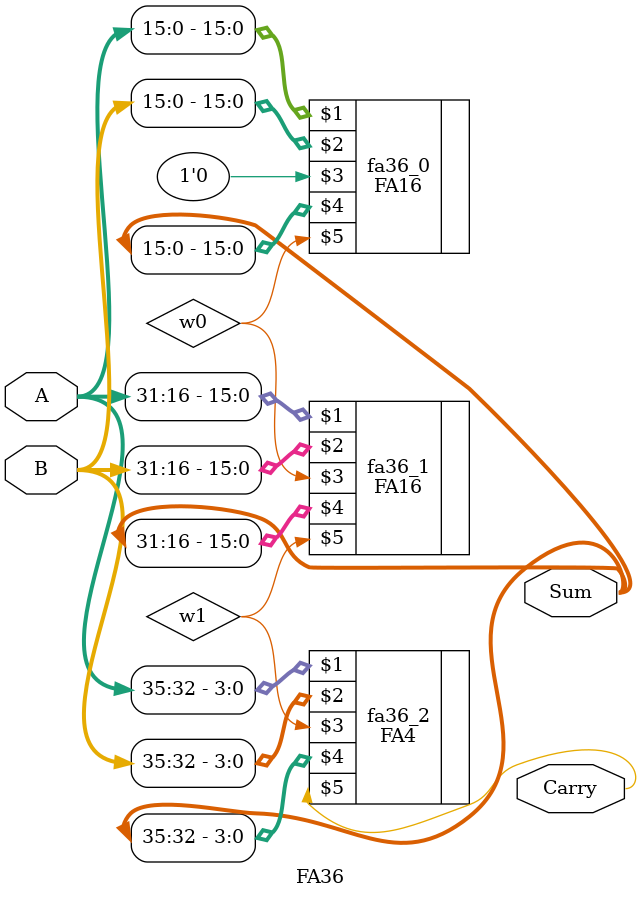
<source format=v>
`include "FullAdder16_1.v"
`include "FullAdder4.v"


module FA36(A,B,Sum,Carry);

	input [35:0] A,B;
	//input Cin;

	output [35:0] Sum;
	output Carry;
	wire w0,w1;
	FA16 fa36_0 (A[15:0],B[15:0],1'b0,Sum[15:0],w0);
	FA16 fa36_1 (A[31:16],B[31:16],w0,Sum[31:16],w1);
	FA4 fa36_2 (A[35:32],B[35:32],w1,Sum[35:32],Carry);
	

endmodule

</source>
